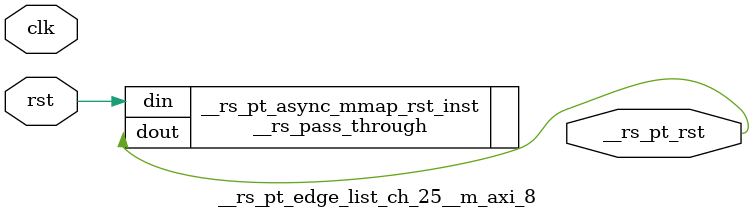
<source format=v>
`timescale 1 ns / 1 ps
/**   Generated by RapidStream   **/
module __rs_pt_edge_list_ch_25__m_axi_8 #(
    parameter BufferSize         = 32,
    parameter BufferSizeLog      = 5,
    parameter AddrWidth          = 64,
    parameter AxiSideAddrWidth   = 64,
    parameter DataWidth          = 512,
    parameter DataWidthBytesLog  = 6,
    parameter WaitTimeWidth      = 4,
    parameter BurstLenWidth      = 8,
    parameter EnableReadChannel  = 1,
    parameter EnableWriteChannel = 1,
    parameter MaxWaitTime        = 3,
    parameter MaxBurstLen        = 15
) (
    output wire __rs_pt_rst,
    input wire  clk,
    input wire  rst
);




__rs_pass_through #(
    .WIDTH (1)
) __rs_pt_async_mmap_rst_inst /**   Generated by RapidStream   **/ (
    .din  (rst),
    .dout (__rs_pt_rst)
);

endmodule  // __rs_pt_edge_list_ch_25__m_axi_8
</source>
